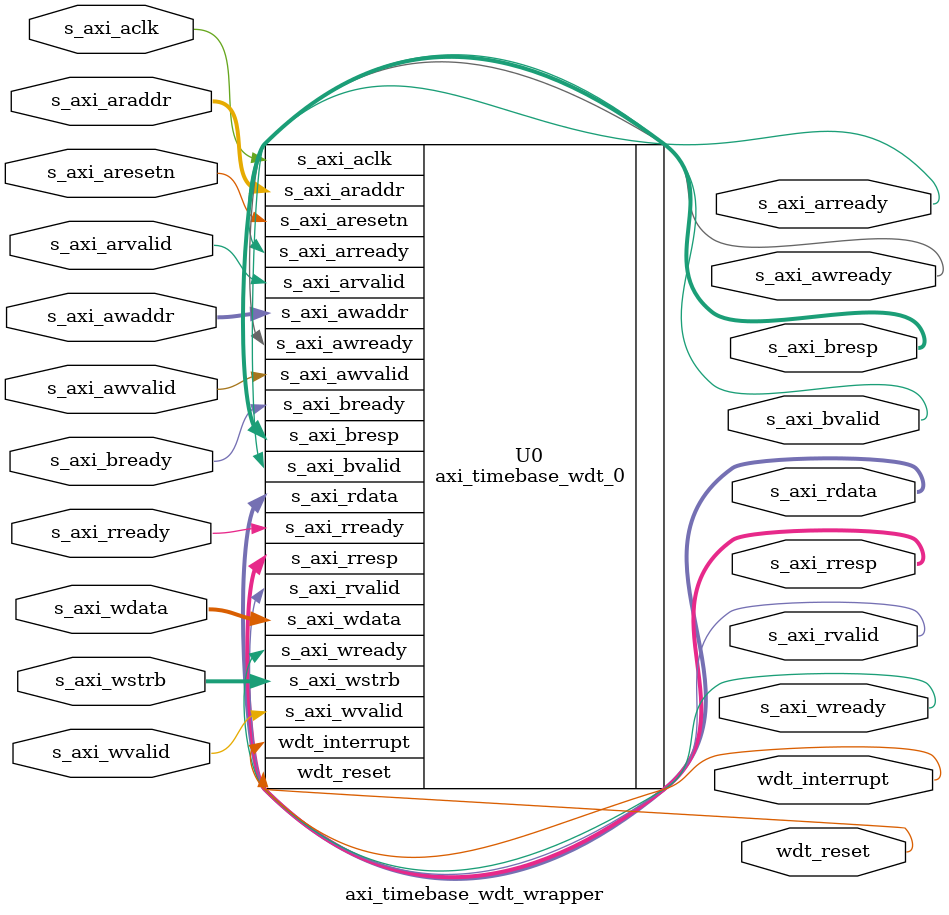
<source format=sv>
module axi_timebase_wdt_wrapper (
    input logic [5:0] s_axi_araddr,
    output logic s_axi_arready,
    input logic s_axi_arvalid,
    input logic [5:0] s_axi_awaddr,
    output logic s_axi_awready,
    input logic s_axi_awvalid,
    input logic s_axi_bready,
    output logic [1:0] s_axi_bresp,
    output logic s_axi_bvalid,
    output logic [31:0] s_axi_rdata,
    input logic s_axi_rready,
    output logic [1:0] s_axi_rresp,
    output logic s_axi_rvalid,
    input logic [31:0] s_axi_wdata,
    output logic s_axi_wready,
    input logic [3:0] s_axi_wstrb,
    input logic s_axi_wvalid,
    input logic s_axi_aclk,
    input logic s_axi_aresetn,
    output logic wdt_interrupt,
    output logic wdt_reset
);

    // VHDL Instance
    axi_timebase_wdt_0 U0 (
        .s_axi_araddr(s_axi_araddr),
        .s_axi_arready(s_axi_arready),
        .s_axi_arvalid(s_axi_arvalid),
        .s_axi_awaddr(s_axi_awaddr),
        .s_axi_awready(s_axi_awready),
        .s_axi_awvalid(s_axi_awvalid),
        .s_axi_bready(s_axi_bready),
        .s_axi_bresp(s_axi_bresp),
        .s_axi_bvalid(s_axi_bvalid),
        .s_axi_rdata(s_axi_rdata),
        .s_axi_rready(s_axi_rready),
        .s_axi_rresp(s_axi_rresp),
        .s_axi_rvalid(s_axi_rvalid),
        .s_axi_wdata(s_axi_wdata),
        .s_axi_wready(s_axi_wready),
        .s_axi_wstrb(s_axi_wstrb),
        .s_axi_wvalid(s_axi_wvalid),
        .s_axi_aclk(s_axi_aclk),
        .s_axi_aresetn(s_axi_aresetn),
        .wdt_interrupt(wdt_interrupt),
        .wdt_reset(wdt_reset)
    );

endmodule
</source>
